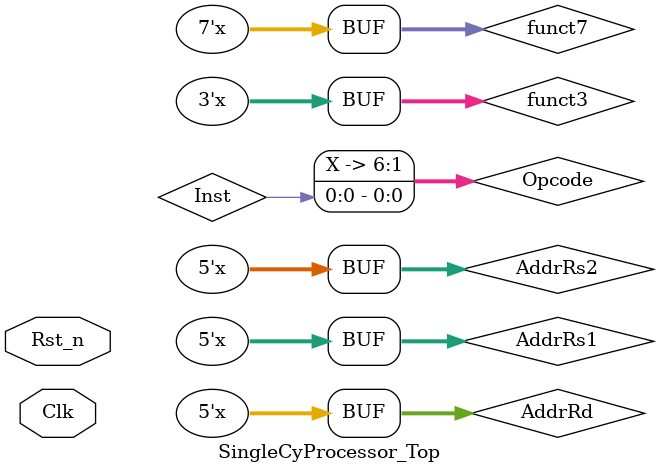
<source format=v>
/*==============================================================================================
    Filename            :   SingleCyProcessor_Top.v
    Author              :   Lindongyi
    Description         :   1. Instantiation all modules include DataMem;
    Called by           :   
    Revision History    :   23-05-09
    Email               :   1292471097@qq.com
    Company             :   Jiang Group of Center for Carbon-based Electronics, Peking University
    Copyright           :   2023, Lindongyi, All right reserved
==============================================================================================*/

`timescale 1ns/1ps
module SingleCyProcessor_Top(Clk, Rst_n);

input               Clk;
input               Rst_n;

//PC
wire                PC;

//InstMem
wire                Inst;

//InstCtrl
wire    [6:0]       Opcode = Inst[6:0];
wire                Branch;
wire                MemRead;
wire                MemtoReg;
wire    [1:0]       ALUOp;
wire                MemWrite;
wire                ALUSrc;
wire                RegWrite;

//Regeseters
wire    [4:0]       AddrRs1 = Inst[19:15];
wire    [4:0]       AddrRs2 = Inst[24:20];
wire    [4:0]       AddrRd  = Inst[11:7];
wire    [31:0]      WrData;
wire    [31:0]      RdData1;
wire    [31:0]      RdData2;
//to Registers WrData MUX
assign WrData = (MemtoReg == 1)? Data_out : ALUOut;
            
//ALU
wire    [31:0]      ALU_in0;
wire    [31:0]      ALU_in1;
wire    [3:0]       ALUCtrl;
wire                Zero;
wire    [31:0]      ALUOut;
//to ALU_in1 MUX
assign ALU_in1 = (ALUSrc == 1)? Imm : RdData2;

//ALUCtrl
wire    [6:0]       funct7 = Inst[31:25];
wire    [2:0]       funct3 = Inst[14:12];

//DataMem
wire    [31:0]      DataMem_Addr;
wire    [31:0]      DataMem_Data_in;
wire    [31:0]      DataMem_Data_out;



PC PC_u0(
    .Clk(Clk),
    .Rst_n(Rst_n),
    .Branch(Branch),
    .Zero(Zero),
    .Imm(Imm),
    .PC_i(PC),
    .PC_o(PC)
);

InstMem InstMem_u0(
    .AddrInst(PC),
    .Inst(Inst)
);

InstCtrl InstCtrl_u0(
    .Clk(Clk),
    .Opcode(Opcode),
    .Branch(Branch),
    .MemRead(MemRead),
    .MemtoReg(MemtoReg),
    .ALUOp(ALUOp),
    .MemWrite(MemWrite),
    .ALUSrc(ALUSrc),
    .RegWrite(RegWrite)
);

Regesters Regesters_u0(
    .Clk(Clk),
    .AddrRs1(AddrRs1),
    .AddrRs2(AddrRs2),
    .AddrRd(AddrRd),
    .WrData(WrData),
    .RegWrite(RegWrite),
    .RdData1(RdData1),
    .RdData2(RdData2)
);

ImmGen ImmGen_u0(
    .Inst(Inst),
    .Imm(Imm)
);

ALU32 ALU32_u0(
    .in0(ALU_in0),
    .in1(ALU_in1),
    .ALUCtrl(ALUCtrl),
    .Zero(Zero),
    .ALUOut(ALUOut)
);

ALUCtrl ALUCtrl_u0(
    .funct7(funct7),
    .funct3(funct3),
    .ALUOp(ALUOp),
    .ALUCtrl(ALUCtrl)
);

DataMem DataMem_u0(
    .Clk(Clk),
    .Rst_n(Rst_n),
    .Addr(DataMem_Addr),
    .Wr_en(MemWrite),
    .Data_in(DataMem_Data_in),
    .Rd_en(MemRead),
    .Data_out(DataMem_Data_out)
);
endmodule
</source>
